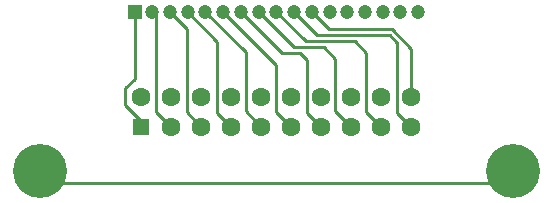
<source format=gtl>
G04 (created by PCBNEW (2013-07-07 BZR 4022)-stable) date 2015-03-08 11:58:22 PM*
%MOIN*%
G04 Gerber Fmt 3.4, Leading zero omitted, Abs format*
%FSLAX34Y34*%
G01*
G70*
G90*
G04 APERTURE LIST*
%ADD10C,0.00590551*%
%ADD11R,0.0511811X0.0511811*%
%ADD12C,0.0472441*%
%ADD13R,0.0551181X0.0551181*%
%ADD14C,0.0629921*%
%ADD15C,0.18*%
%ADD16C,0.01*%
G04 APERTURE END LIST*
G54D10*
G54D11*
X74015Y-41948D03*
G54D12*
X74606Y-41948D03*
X75196Y-41948D03*
X75787Y-41948D03*
X76377Y-41948D03*
X76968Y-41948D03*
X77559Y-41948D03*
X78149Y-41948D03*
X78740Y-41948D03*
X79330Y-41948D03*
X79921Y-41948D03*
X80511Y-41948D03*
X81102Y-41948D03*
X81692Y-41948D03*
X82283Y-41948D03*
X82874Y-41948D03*
X83464Y-41948D03*
G54D13*
X74240Y-45775D03*
G54D14*
X75240Y-45775D03*
X76240Y-45775D03*
X77240Y-45775D03*
X78240Y-45775D03*
X79240Y-45775D03*
X80240Y-45775D03*
X81240Y-45775D03*
X82240Y-45775D03*
X83240Y-45775D03*
X83240Y-44775D03*
X82240Y-44775D03*
X81240Y-44775D03*
X80240Y-44775D03*
X79240Y-44775D03*
X78240Y-44775D03*
X77240Y-44775D03*
X76240Y-44775D03*
X75240Y-44775D03*
X74240Y-44775D03*
G54D15*
X70866Y-47244D03*
X86614Y-47244D03*
G54D16*
X79330Y-41948D02*
X80101Y-42719D01*
X82755Y-45291D02*
X83240Y-45775D01*
X82755Y-42960D02*
X82755Y-45291D01*
X82515Y-42719D02*
X82755Y-42960D01*
X80101Y-42719D02*
X82515Y-42719D01*
X86614Y-47244D02*
X86220Y-47637D01*
X71259Y-47637D02*
X70866Y-47244D01*
X86220Y-47637D02*
X71259Y-47637D01*
X78740Y-41948D02*
X79711Y-42919D01*
X81732Y-45267D02*
X82240Y-45775D01*
X81732Y-43307D02*
X81732Y-45267D01*
X81344Y-42919D02*
X81732Y-43307D01*
X79711Y-42919D02*
X81344Y-42919D01*
X76377Y-41948D02*
X77716Y-43287D01*
X77716Y-45251D02*
X78240Y-45775D01*
X77716Y-43287D02*
X77716Y-45251D01*
X75787Y-41948D02*
X76771Y-42933D01*
X76771Y-45307D02*
X77240Y-45775D01*
X76771Y-42933D02*
X76771Y-45307D01*
X75196Y-41948D02*
X75748Y-42500D01*
X75748Y-45283D02*
X76240Y-45775D01*
X75748Y-42500D02*
X75748Y-45283D01*
X74606Y-41948D02*
X74724Y-42066D01*
X74724Y-45259D02*
X75240Y-45775D01*
X74724Y-42066D02*
X74724Y-45259D01*
X74015Y-41948D02*
X74015Y-44173D01*
X74240Y-45578D02*
X74240Y-45775D01*
X73700Y-45039D02*
X74240Y-45578D01*
X73700Y-44488D02*
X73700Y-45039D01*
X74015Y-44173D02*
X73700Y-44488D01*
X79921Y-41948D02*
X80492Y-42519D01*
X83240Y-43161D02*
X83240Y-44775D01*
X82598Y-42519D02*
X83240Y-43161D01*
X80492Y-42519D02*
X82598Y-42519D01*
X81240Y-45775D02*
X80708Y-45244D01*
X79320Y-43119D02*
X78149Y-41948D01*
X80314Y-43119D02*
X79320Y-43119D01*
X80708Y-43513D02*
X80314Y-43119D01*
X80708Y-45244D02*
X80708Y-43513D01*
X77559Y-41948D02*
X78929Y-43319D01*
X79763Y-45299D02*
X80240Y-45775D01*
X79763Y-43543D02*
X79763Y-45299D01*
X79540Y-43319D02*
X79763Y-43543D01*
X78929Y-43319D02*
X79540Y-43319D01*
X76968Y-41948D02*
X78740Y-43720D01*
X78740Y-45275D02*
X79240Y-45775D01*
X78740Y-43720D02*
X78740Y-45275D01*
M02*

</source>
